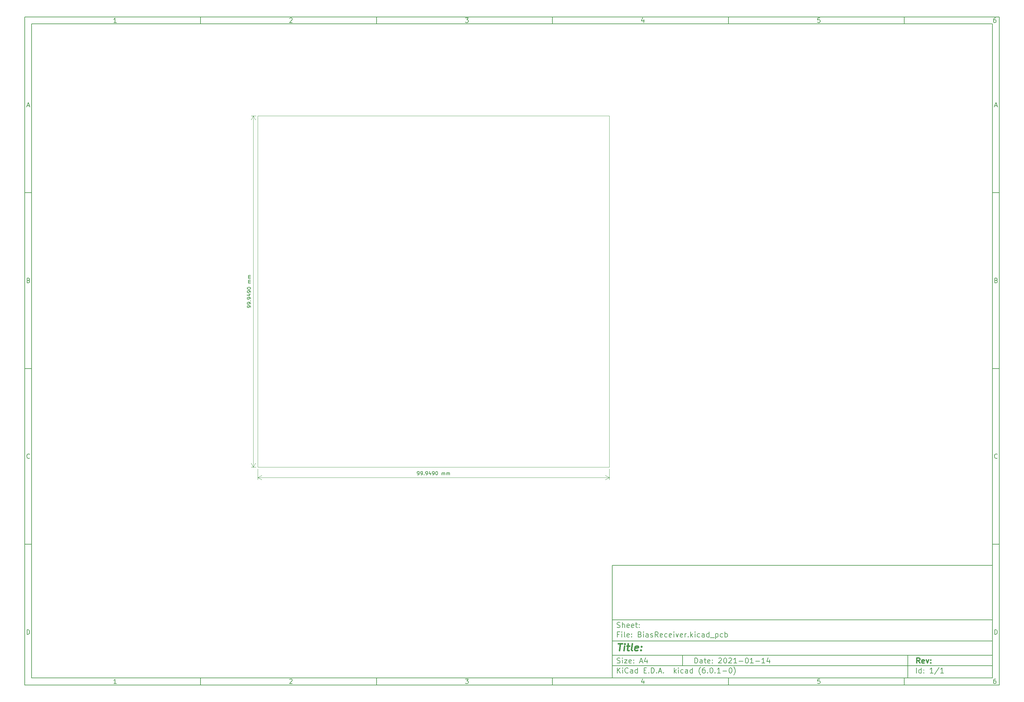
<source format=gbr>
G04 #@! TF.GenerationSoftware,KiCad,Pcbnew,(6.0.1-0)*
G04 #@! TF.CreationDate,2022-01-25T00:00:45-08:00*
G04 #@! TF.ProjectId,BiasReceiver,42696173-5265-4636-9569-7665722e6b69,rev?*
G04 #@! TF.SameCoordinates,Original*
G04 #@! TF.FileFunction,OtherDrawing,Comment*
%FSLAX46Y46*%
G04 Gerber Fmt 4.6, Leading zero omitted, Abs format (unit mm)*
G04 Created by KiCad (PCBNEW (6.0.1-0)) date 2022-01-25 00:00:45*
%MOMM*%
%LPD*%
G01*
G04 APERTURE LIST*
%ADD10C,0.100000*%
%ADD11C,0.150000*%
%ADD12C,0.300000*%
%ADD13C,0.400000*%
G04 #@! TA.AperFunction,Profile*
%ADD14C,0.050000*%
G04 #@! TD*
%ADD15C,0.050000*%
G04 APERTURE END LIST*
D10*
D11*
X177002200Y-166007200D02*
X177002200Y-198007200D01*
X285002200Y-198007200D01*
X285002200Y-166007200D01*
X177002200Y-166007200D01*
D10*
D11*
X10000000Y-10000000D02*
X10000000Y-200007200D01*
X287002200Y-200007200D01*
X287002200Y-10000000D01*
X10000000Y-10000000D01*
D10*
D11*
X12000000Y-12000000D02*
X12000000Y-198007200D01*
X285002200Y-198007200D01*
X285002200Y-12000000D01*
X12000000Y-12000000D01*
D10*
D11*
X60000000Y-12000000D02*
X60000000Y-10000000D01*
D10*
D11*
X110000000Y-12000000D02*
X110000000Y-10000000D01*
D10*
D11*
X160000000Y-12000000D02*
X160000000Y-10000000D01*
D10*
D11*
X210000000Y-12000000D02*
X210000000Y-10000000D01*
D10*
D11*
X260000000Y-12000000D02*
X260000000Y-10000000D01*
D10*
D11*
X36065476Y-11588095D02*
X35322619Y-11588095D01*
X35694047Y-11588095D02*
X35694047Y-10288095D01*
X35570238Y-10473809D01*
X35446428Y-10597619D01*
X35322619Y-10659523D01*
D10*
D11*
X85322619Y-10411904D02*
X85384523Y-10350000D01*
X85508333Y-10288095D01*
X85817857Y-10288095D01*
X85941666Y-10350000D01*
X86003571Y-10411904D01*
X86065476Y-10535714D01*
X86065476Y-10659523D01*
X86003571Y-10845238D01*
X85260714Y-11588095D01*
X86065476Y-11588095D01*
D10*
D11*
X135260714Y-10288095D02*
X136065476Y-10288095D01*
X135632142Y-10783333D01*
X135817857Y-10783333D01*
X135941666Y-10845238D01*
X136003571Y-10907142D01*
X136065476Y-11030952D01*
X136065476Y-11340476D01*
X136003571Y-11464285D01*
X135941666Y-11526190D01*
X135817857Y-11588095D01*
X135446428Y-11588095D01*
X135322619Y-11526190D01*
X135260714Y-11464285D01*
D10*
D11*
X185941666Y-10721428D02*
X185941666Y-11588095D01*
X185632142Y-10226190D02*
X185322619Y-11154761D01*
X186127380Y-11154761D01*
D10*
D11*
X236003571Y-10288095D02*
X235384523Y-10288095D01*
X235322619Y-10907142D01*
X235384523Y-10845238D01*
X235508333Y-10783333D01*
X235817857Y-10783333D01*
X235941666Y-10845238D01*
X236003571Y-10907142D01*
X236065476Y-11030952D01*
X236065476Y-11340476D01*
X236003571Y-11464285D01*
X235941666Y-11526190D01*
X235817857Y-11588095D01*
X235508333Y-11588095D01*
X235384523Y-11526190D01*
X235322619Y-11464285D01*
D10*
D11*
X285941666Y-10288095D02*
X285694047Y-10288095D01*
X285570238Y-10350000D01*
X285508333Y-10411904D01*
X285384523Y-10597619D01*
X285322619Y-10845238D01*
X285322619Y-11340476D01*
X285384523Y-11464285D01*
X285446428Y-11526190D01*
X285570238Y-11588095D01*
X285817857Y-11588095D01*
X285941666Y-11526190D01*
X286003571Y-11464285D01*
X286065476Y-11340476D01*
X286065476Y-11030952D01*
X286003571Y-10907142D01*
X285941666Y-10845238D01*
X285817857Y-10783333D01*
X285570238Y-10783333D01*
X285446428Y-10845238D01*
X285384523Y-10907142D01*
X285322619Y-11030952D01*
D10*
D11*
X60000000Y-198007200D02*
X60000000Y-200007200D01*
D10*
D11*
X110000000Y-198007200D02*
X110000000Y-200007200D01*
D10*
D11*
X160000000Y-198007200D02*
X160000000Y-200007200D01*
D10*
D11*
X210000000Y-198007200D02*
X210000000Y-200007200D01*
D10*
D11*
X260000000Y-198007200D02*
X260000000Y-200007200D01*
D10*
D11*
X36065476Y-199595295D02*
X35322619Y-199595295D01*
X35694047Y-199595295D02*
X35694047Y-198295295D01*
X35570238Y-198481009D01*
X35446428Y-198604819D01*
X35322619Y-198666723D01*
D10*
D11*
X85322619Y-198419104D02*
X85384523Y-198357200D01*
X85508333Y-198295295D01*
X85817857Y-198295295D01*
X85941666Y-198357200D01*
X86003571Y-198419104D01*
X86065476Y-198542914D01*
X86065476Y-198666723D01*
X86003571Y-198852438D01*
X85260714Y-199595295D01*
X86065476Y-199595295D01*
D10*
D11*
X135260714Y-198295295D02*
X136065476Y-198295295D01*
X135632142Y-198790533D01*
X135817857Y-198790533D01*
X135941666Y-198852438D01*
X136003571Y-198914342D01*
X136065476Y-199038152D01*
X136065476Y-199347676D01*
X136003571Y-199471485D01*
X135941666Y-199533390D01*
X135817857Y-199595295D01*
X135446428Y-199595295D01*
X135322619Y-199533390D01*
X135260714Y-199471485D01*
D10*
D11*
X185941666Y-198728628D02*
X185941666Y-199595295D01*
X185632142Y-198233390D02*
X185322619Y-199161961D01*
X186127380Y-199161961D01*
D10*
D11*
X236003571Y-198295295D02*
X235384523Y-198295295D01*
X235322619Y-198914342D01*
X235384523Y-198852438D01*
X235508333Y-198790533D01*
X235817857Y-198790533D01*
X235941666Y-198852438D01*
X236003571Y-198914342D01*
X236065476Y-199038152D01*
X236065476Y-199347676D01*
X236003571Y-199471485D01*
X235941666Y-199533390D01*
X235817857Y-199595295D01*
X235508333Y-199595295D01*
X235384523Y-199533390D01*
X235322619Y-199471485D01*
D10*
D11*
X285941666Y-198295295D02*
X285694047Y-198295295D01*
X285570238Y-198357200D01*
X285508333Y-198419104D01*
X285384523Y-198604819D01*
X285322619Y-198852438D01*
X285322619Y-199347676D01*
X285384523Y-199471485D01*
X285446428Y-199533390D01*
X285570238Y-199595295D01*
X285817857Y-199595295D01*
X285941666Y-199533390D01*
X286003571Y-199471485D01*
X286065476Y-199347676D01*
X286065476Y-199038152D01*
X286003571Y-198914342D01*
X285941666Y-198852438D01*
X285817857Y-198790533D01*
X285570238Y-198790533D01*
X285446428Y-198852438D01*
X285384523Y-198914342D01*
X285322619Y-199038152D01*
D10*
D11*
X10000000Y-60000000D02*
X12000000Y-60000000D01*
D10*
D11*
X10000000Y-110000000D02*
X12000000Y-110000000D01*
D10*
D11*
X10000000Y-160000000D02*
X12000000Y-160000000D01*
D10*
D11*
X10690476Y-35216666D02*
X11309523Y-35216666D01*
X10566666Y-35588095D02*
X11000000Y-34288095D01*
X11433333Y-35588095D01*
D10*
D11*
X11092857Y-84907142D02*
X11278571Y-84969047D01*
X11340476Y-85030952D01*
X11402380Y-85154761D01*
X11402380Y-85340476D01*
X11340476Y-85464285D01*
X11278571Y-85526190D01*
X11154761Y-85588095D01*
X10659523Y-85588095D01*
X10659523Y-84288095D01*
X11092857Y-84288095D01*
X11216666Y-84350000D01*
X11278571Y-84411904D01*
X11340476Y-84535714D01*
X11340476Y-84659523D01*
X11278571Y-84783333D01*
X11216666Y-84845238D01*
X11092857Y-84907142D01*
X10659523Y-84907142D01*
D10*
D11*
X11402380Y-135464285D02*
X11340476Y-135526190D01*
X11154761Y-135588095D01*
X11030952Y-135588095D01*
X10845238Y-135526190D01*
X10721428Y-135402380D01*
X10659523Y-135278571D01*
X10597619Y-135030952D01*
X10597619Y-134845238D01*
X10659523Y-134597619D01*
X10721428Y-134473809D01*
X10845238Y-134350000D01*
X11030952Y-134288095D01*
X11154761Y-134288095D01*
X11340476Y-134350000D01*
X11402380Y-134411904D01*
D10*
D11*
X10659523Y-185588095D02*
X10659523Y-184288095D01*
X10969047Y-184288095D01*
X11154761Y-184350000D01*
X11278571Y-184473809D01*
X11340476Y-184597619D01*
X11402380Y-184845238D01*
X11402380Y-185030952D01*
X11340476Y-185278571D01*
X11278571Y-185402380D01*
X11154761Y-185526190D01*
X10969047Y-185588095D01*
X10659523Y-185588095D01*
D10*
D11*
X287002200Y-60000000D02*
X285002200Y-60000000D01*
D10*
D11*
X287002200Y-110000000D02*
X285002200Y-110000000D01*
D10*
D11*
X287002200Y-160000000D02*
X285002200Y-160000000D01*
D10*
D11*
X285692676Y-35216666D02*
X286311723Y-35216666D01*
X285568866Y-35588095D02*
X286002200Y-34288095D01*
X286435533Y-35588095D01*
D10*
D11*
X286095057Y-84907142D02*
X286280771Y-84969047D01*
X286342676Y-85030952D01*
X286404580Y-85154761D01*
X286404580Y-85340476D01*
X286342676Y-85464285D01*
X286280771Y-85526190D01*
X286156961Y-85588095D01*
X285661723Y-85588095D01*
X285661723Y-84288095D01*
X286095057Y-84288095D01*
X286218866Y-84350000D01*
X286280771Y-84411904D01*
X286342676Y-84535714D01*
X286342676Y-84659523D01*
X286280771Y-84783333D01*
X286218866Y-84845238D01*
X286095057Y-84907142D01*
X285661723Y-84907142D01*
D10*
D11*
X286404580Y-135464285D02*
X286342676Y-135526190D01*
X286156961Y-135588095D01*
X286033152Y-135588095D01*
X285847438Y-135526190D01*
X285723628Y-135402380D01*
X285661723Y-135278571D01*
X285599819Y-135030952D01*
X285599819Y-134845238D01*
X285661723Y-134597619D01*
X285723628Y-134473809D01*
X285847438Y-134350000D01*
X286033152Y-134288095D01*
X286156961Y-134288095D01*
X286342676Y-134350000D01*
X286404580Y-134411904D01*
D10*
D11*
X285661723Y-185588095D02*
X285661723Y-184288095D01*
X285971247Y-184288095D01*
X286156961Y-184350000D01*
X286280771Y-184473809D01*
X286342676Y-184597619D01*
X286404580Y-184845238D01*
X286404580Y-185030952D01*
X286342676Y-185278571D01*
X286280771Y-185402380D01*
X286156961Y-185526190D01*
X285971247Y-185588095D01*
X285661723Y-185588095D01*
D10*
D11*
X200434342Y-193785771D02*
X200434342Y-192285771D01*
X200791485Y-192285771D01*
X201005771Y-192357200D01*
X201148628Y-192500057D01*
X201220057Y-192642914D01*
X201291485Y-192928628D01*
X201291485Y-193142914D01*
X201220057Y-193428628D01*
X201148628Y-193571485D01*
X201005771Y-193714342D01*
X200791485Y-193785771D01*
X200434342Y-193785771D01*
X202577200Y-193785771D02*
X202577200Y-193000057D01*
X202505771Y-192857200D01*
X202362914Y-192785771D01*
X202077200Y-192785771D01*
X201934342Y-192857200D01*
X202577200Y-193714342D02*
X202434342Y-193785771D01*
X202077200Y-193785771D01*
X201934342Y-193714342D01*
X201862914Y-193571485D01*
X201862914Y-193428628D01*
X201934342Y-193285771D01*
X202077200Y-193214342D01*
X202434342Y-193214342D01*
X202577200Y-193142914D01*
X203077200Y-192785771D02*
X203648628Y-192785771D01*
X203291485Y-192285771D02*
X203291485Y-193571485D01*
X203362914Y-193714342D01*
X203505771Y-193785771D01*
X203648628Y-193785771D01*
X204720057Y-193714342D02*
X204577200Y-193785771D01*
X204291485Y-193785771D01*
X204148628Y-193714342D01*
X204077200Y-193571485D01*
X204077200Y-193000057D01*
X204148628Y-192857200D01*
X204291485Y-192785771D01*
X204577200Y-192785771D01*
X204720057Y-192857200D01*
X204791485Y-193000057D01*
X204791485Y-193142914D01*
X204077200Y-193285771D01*
X205434342Y-193642914D02*
X205505771Y-193714342D01*
X205434342Y-193785771D01*
X205362914Y-193714342D01*
X205434342Y-193642914D01*
X205434342Y-193785771D01*
X205434342Y-192857200D02*
X205505771Y-192928628D01*
X205434342Y-193000057D01*
X205362914Y-192928628D01*
X205434342Y-192857200D01*
X205434342Y-193000057D01*
X207220057Y-192428628D02*
X207291485Y-192357200D01*
X207434342Y-192285771D01*
X207791485Y-192285771D01*
X207934342Y-192357200D01*
X208005771Y-192428628D01*
X208077200Y-192571485D01*
X208077200Y-192714342D01*
X208005771Y-192928628D01*
X207148628Y-193785771D01*
X208077200Y-193785771D01*
X209005771Y-192285771D02*
X209148628Y-192285771D01*
X209291485Y-192357200D01*
X209362914Y-192428628D01*
X209434342Y-192571485D01*
X209505771Y-192857200D01*
X209505771Y-193214342D01*
X209434342Y-193500057D01*
X209362914Y-193642914D01*
X209291485Y-193714342D01*
X209148628Y-193785771D01*
X209005771Y-193785771D01*
X208862914Y-193714342D01*
X208791485Y-193642914D01*
X208720057Y-193500057D01*
X208648628Y-193214342D01*
X208648628Y-192857200D01*
X208720057Y-192571485D01*
X208791485Y-192428628D01*
X208862914Y-192357200D01*
X209005771Y-192285771D01*
X210077200Y-192428628D02*
X210148628Y-192357200D01*
X210291485Y-192285771D01*
X210648628Y-192285771D01*
X210791485Y-192357200D01*
X210862914Y-192428628D01*
X210934342Y-192571485D01*
X210934342Y-192714342D01*
X210862914Y-192928628D01*
X210005771Y-193785771D01*
X210934342Y-193785771D01*
X212362914Y-193785771D02*
X211505771Y-193785771D01*
X211934342Y-193785771D02*
X211934342Y-192285771D01*
X211791485Y-192500057D01*
X211648628Y-192642914D01*
X211505771Y-192714342D01*
X213005771Y-193214342D02*
X214148628Y-193214342D01*
X215148628Y-192285771D02*
X215291485Y-192285771D01*
X215434342Y-192357200D01*
X215505771Y-192428628D01*
X215577200Y-192571485D01*
X215648628Y-192857200D01*
X215648628Y-193214342D01*
X215577200Y-193500057D01*
X215505771Y-193642914D01*
X215434342Y-193714342D01*
X215291485Y-193785771D01*
X215148628Y-193785771D01*
X215005771Y-193714342D01*
X214934342Y-193642914D01*
X214862914Y-193500057D01*
X214791485Y-193214342D01*
X214791485Y-192857200D01*
X214862914Y-192571485D01*
X214934342Y-192428628D01*
X215005771Y-192357200D01*
X215148628Y-192285771D01*
X217077200Y-193785771D02*
X216220057Y-193785771D01*
X216648628Y-193785771D02*
X216648628Y-192285771D01*
X216505771Y-192500057D01*
X216362914Y-192642914D01*
X216220057Y-192714342D01*
X217720057Y-193214342D02*
X218862914Y-193214342D01*
X220362914Y-193785771D02*
X219505771Y-193785771D01*
X219934342Y-193785771D02*
X219934342Y-192285771D01*
X219791485Y-192500057D01*
X219648628Y-192642914D01*
X219505771Y-192714342D01*
X221648628Y-192785771D02*
X221648628Y-193785771D01*
X221291485Y-192214342D02*
X220934342Y-193285771D01*
X221862914Y-193285771D01*
D10*
D11*
X177002200Y-194507200D02*
X285002200Y-194507200D01*
D10*
D11*
X178434342Y-196585771D02*
X178434342Y-195085771D01*
X179291485Y-196585771D02*
X178648628Y-195728628D01*
X179291485Y-195085771D02*
X178434342Y-195942914D01*
X179934342Y-196585771D02*
X179934342Y-195585771D01*
X179934342Y-195085771D02*
X179862914Y-195157200D01*
X179934342Y-195228628D01*
X180005771Y-195157200D01*
X179934342Y-195085771D01*
X179934342Y-195228628D01*
X181505771Y-196442914D02*
X181434342Y-196514342D01*
X181220057Y-196585771D01*
X181077200Y-196585771D01*
X180862914Y-196514342D01*
X180720057Y-196371485D01*
X180648628Y-196228628D01*
X180577200Y-195942914D01*
X180577200Y-195728628D01*
X180648628Y-195442914D01*
X180720057Y-195300057D01*
X180862914Y-195157200D01*
X181077200Y-195085771D01*
X181220057Y-195085771D01*
X181434342Y-195157200D01*
X181505771Y-195228628D01*
X182791485Y-196585771D02*
X182791485Y-195800057D01*
X182720057Y-195657200D01*
X182577200Y-195585771D01*
X182291485Y-195585771D01*
X182148628Y-195657200D01*
X182791485Y-196514342D02*
X182648628Y-196585771D01*
X182291485Y-196585771D01*
X182148628Y-196514342D01*
X182077200Y-196371485D01*
X182077200Y-196228628D01*
X182148628Y-196085771D01*
X182291485Y-196014342D01*
X182648628Y-196014342D01*
X182791485Y-195942914D01*
X184148628Y-196585771D02*
X184148628Y-195085771D01*
X184148628Y-196514342D02*
X184005771Y-196585771D01*
X183720057Y-196585771D01*
X183577200Y-196514342D01*
X183505771Y-196442914D01*
X183434342Y-196300057D01*
X183434342Y-195871485D01*
X183505771Y-195728628D01*
X183577200Y-195657200D01*
X183720057Y-195585771D01*
X184005771Y-195585771D01*
X184148628Y-195657200D01*
X186005771Y-195800057D02*
X186505771Y-195800057D01*
X186720057Y-196585771D02*
X186005771Y-196585771D01*
X186005771Y-195085771D01*
X186720057Y-195085771D01*
X187362914Y-196442914D02*
X187434342Y-196514342D01*
X187362914Y-196585771D01*
X187291485Y-196514342D01*
X187362914Y-196442914D01*
X187362914Y-196585771D01*
X188077200Y-196585771D02*
X188077200Y-195085771D01*
X188434342Y-195085771D01*
X188648628Y-195157200D01*
X188791485Y-195300057D01*
X188862914Y-195442914D01*
X188934342Y-195728628D01*
X188934342Y-195942914D01*
X188862914Y-196228628D01*
X188791485Y-196371485D01*
X188648628Y-196514342D01*
X188434342Y-196585771D01*
X188077200Y-196585771D01*
X189577200Y-196442914D02*
X189648628Y-196514342D01*
X189577200Y-196585771D01*
X189505771Y-196514342D01*
X189577200Y-196442914D01*
X189577200Y-196585771D01*
X190220057Y-196157200D02*
X190934342Y-196157200D01*
X190077200Y-196585771D02*
X190577200Y-195085771D01*
X191077200Y-196585771D01*
X191577200Y-196442914D02*
X191648628Y-196514342D01*
X191577200Y-196585771D01*
X191505771Y-196514342D01*
X191577200Y-196442914D01*
X191577200Y-196585771D01*
X194577200Y-196585771D02*
X194577200Y-195085771D01*
X194720057Y-196014342D02*
X195148628Y-196585771D01*
X195148628Y-195585771D02*
X194577200Y-196157200D01*
X195791485Y-196585771D02*
X195791485Y-195585771D01*
X195791485Y-195085771D02*
X195720057Y-195157200D01*
X195791485Y-195228628D01*
X195862914Y-195157200D01*
X195791485Y-195085771D01*
X195791485Y-195228628D01*
X197148628Y-196514342D02*
X197005771Y-196585771D01*
X196720057Y-196585771D01*
X196577200Y-196514342D01*
X196505771Y-196442914D01*
X196434342Y-196300057D01*
X196434342Y-195871485D01*
X196505771Y-195728628D01*
X196577200Y-195657200D01*
X196720057Y-195585771D01*
X197005771Y-195585771D01*
X197148628Y-195657200D01*
X198434342Y-196585771D02*
X198434342Y-195800057D01*
X198362914Y-195657200D01*
X198220057Y-195585771D01*
X197934342Y-195585771D01*
X197791485Y-195657200D01*
X198434342Y-196514342D02*
X198291485Y-196585771D01*
X197934342Y-196585771D01*
X197791485Y-196514342D01*
X197720057Y-196371485D01*
X197720057Y-196228628D01*
X197791485Y-196085771D01*
X197934342Y-196014342D01*
X198291485Y-196014342D01*
X198434342Y-195942914D01*
X199791485Y-196585771D02*
X199791485Y-195085771D01*
X199791485Y-196514342D02*
X199648628Y-196585771D01*
X199362914Y-196585771D01*
X199220057Y-196514342D01*
X199148628Y-196442914D01*
X199077200Y-196300057D01*
X199077200Y-195871485D01*
X199148628Y-195728628D01*
X199220057Y-195657200D01*
X199362914Y-195585771D01*
X199648628Y-195585771D01*
X199791485Y-195657200D01*
X202077200Y-197157200D02*
X202005771Y-197085771D01*
X201862914Y-196871485D01*
X201791485Y-196728628D01*
X201720057Y-196514342D01*
X201648628Y-196157200D01*
X201648628Y-195871485D01*
X201720057Y-195514342D01*
X201791485Y-195300057D01*
X201862914Y-195157200D01*
X202005771Y-194942914D01*
X202077200Y-194871485D01*
X203291485Y-195085771D02*
X203005771Y-195085771D01*
X202862914Y-195157200D01*
X202791485Y-195228628D01*
X202648628Y-195442914D01*
X202577200Y-195728628D01*
X202577200Y-196300057D01*
X202648628Y-196442914D01*
X202720057Y-196514342D01*
X202862914Y-196585771D01*
X203148628Y-196585771D01*
X203291485Y-196514342D01*
X203362914Y-196442914D01*
X203434342Y-196300057D01*
X203434342Y-195942914D01*
X203362914Y-195800057D01*
X203291485Y-195728628D01*
X203148628Y-195657200D01*
X202862914Y-195657200D01*
X202720057Y-195728628D01*
X202648628Y-195800057D01*
X202577200Y-195942914D01*
X204077200Y-196442914D02*
X204148628Y-196514342D01*
X204077200Y-196585771D01*
X204005771Y-196514342D01*
X204077200Y-196442914D01*
X204077200Y-196585771D01*
X205077200Y-195085771D02*
X205220057Y-195085771D01*
X205362914Y-195157200D01*
X205434342Y-195228628D01*
X205505771Y-195371485D01*
X205577200Y-195657200D01*
X205577200Y-196014342D01*
X205505771Y-196300057D01*
X205434342Y-196442914D01*
X205362914Y-196514342D01*
X205220057Y-196585771D01*
X205077200Y-196585771D01*
X204934342Y-196514342D01*
X204862914Y-196442914D01*
X204791485Y-196300057D01*
X204720057Y-196014342D01*
X204720057Y-195657200D01*
X204791485Y-195371485D01*
X204862914Y-195228628D01*
X204934342Y-195157200D01*
X205077200Y-195085771D01*
X206220057Y-196442914D02*
X206291485Y-196514342D01*
X206220057Y-196585771D01*
X206148628Y-196514342D01*
X206220057Y-196442914D01*
X206220057Y-196585771D01*
X207720057Y-196585771D02*
X206862914Y-196585771D01*
X207291485Y-196585771D02*
X207291485Y-195085771D01*
X207148628Y-195300057D01*
X207005771Y-195442914D01*
X206862914Y-195514342D01*
X208362914Y-196014342D02*
X209505771Y-196014342D01*
X210505771Y-195085771D02*
X210648628Y-195085771D01*
X210791485Y-195157200D01*
X210862914Y-195228628D01*
X210934342Y-195371485D01*
X211005771Y-195657200D01*
X211005771Y-196014342D01*
X210934342Y-196300057D01*
X210862914Y-196442914D01*
X210791485Y-196514342D01*
X210648628Y-196585771D01*
X210505771Y-196585771D01*
X210362914Y-196514342D01*
X210291485Y-196442914D01*
X210220057Y-196300057D01*
X210148628Y-196014342D01*
X210148628Y-195657200D01*
X210220057Y-195371485D01*
X210291485Y-195228628D01*
X210362914Y-195157200D01*
X210505771Y-195085771D01*
X211505771Y-197157200D02*
X211577200Y-197085771D01*
X211720057Y-196871485D01*
X211791485Y-196728628D01*
X211862914Y-196514342D01*
X211934342Y-196157200D01*
X211934342Y-195871485D01*
X211862914Y-195514342D01*
X211791485Y-195300057D01*
X211720057Y-195157200D01*
X211577200Y-194942914D01*
X211505771Y-194871485D01*
D10*
D11*
X177002200Y-191507200D02*
X285002200Y-191507200D01*
D10*
D12*
X264411485Y-193785771D02*
X263911485Y-193071485D01*
X263554342Y-193785771D02*
X263554342Y-192285771D01*
X264125771Y-192285771D01*
X264268628Y-192357200D01*
X264340057Y-192428628D01*
X264411485Y-192571485D01*
X264411485Y-192785771D01*
X264340057Y-192928628D01*
X264268628Y-193000057D01*
X264125771Y-193071485D01*
X263554342Y-193071485D01*
X265625771Y-193714342D02*
X265482914Y-193785771D01*
X265197200Y-193785771D01*
X265054342Y-193714342D01*
X264982914Y-193571485D01*
X264982914Y-193000057D01*
X265054342Y-192857200D01*
X265197200Y-192785771D01*
X265482914Y-192785771D01*
X265625771Y-192857200D01*
X265697200Y-193000057D01*
X265697200Y-193142914D01*
X264982914Y-193285771D01*
X266197200Y-192785771D02*
X266554342Y-193785771D01*
X266911485Y-192785771D01*
X267482914Y-193642914D02*
X267554342Y-193714342D01*
X267482914Y-193785771D01*
X267411485Y-193714342D01*
X267482914Y-193642914D01*
X267482914Y-193785771D01*
X267482914Y-192857200D02*
X267554342Y-192928628D01*
X267482914Y-193000057D01*
X267411485Y-192928628D01*
X267482914Y-192857200D01*
X267482914Y-193000057D01*
D10*
D11*
X178362914Y-193714342D02*
X178577200Y-193785771D01*
X178934342Y-193785771D01*
X179077200Y-193714342D01*
X179148628Y-193642914D01*
X179220057Y-193500057D01*
X179220057Y-193357200D01*
X179148628Y-193214342D01*
X179077200Y-193142914D01*
X178934342Y-193071485D01*
X178648628Y-193000057D01*
X178505771Y-192928628D01*
X178434342Y-192857200D01*
X178362914Y-192714342D01*
X178362914Y-192571485D01*
X178434342Y-192428628D01*
X178505771Y-192357200D01*
X178648628Y-192285771D01*
X179005771Y-192285771D01*
X179220057Y-192357200D01*
X179862914Y-193785771D02*
X179862914Y-192785771D01*
X179862914Y-192285771D02*
X179791485Y-192357200D01*
X179862914Y-192428628D01*
X179934342Y-192357200D01*
X179862914Y-192285771D01*
X179862914Y-192428628D01*
X180434342Y-192785771D02*
X181220057Y-192785771D01*
X180434342Y-193785771D01*
X181220057Y-193785771D01*
X182362914Y-193714342D02*
X182220057Y-193785771D01*
X181934342Y-193785771D01*
X181791485Y-193714342D01*
X181720057Y-193571485D01*
X181720057Y-193000057D01*
X181791485Y-192857200D01*
X181934342Y-192785771D01*
X182220057Y-192785771D01*
X182362914Y-192857200D01*
X182434342Y-193000057D01*
X182434342Y-193142914D01*
X181720057Y-193285771D01*
X183077200Y-193642914D02*
X183148628Y-193714342D01*
X183077200Y-193785771D01*
X183005771Y-193714342D01*
X183077200Y-193642914D01*
X183077200Y-193785771D01*
X183077200Y-192857200D02*
X183148628Y-192928628D01*
X183077200Y-193000057D01*
X183005771Y-192928628D01*
X183077200Y-192857200D01*
X183077200Y-193000057D01*
X184862914Y-193357200D02*
X185577200Y-193357200D01*
X184720057Y-193785771D02*
X185220057Y-192285771D01*
X185720057Y-193785771D01*
X186862914Y-192785771D02*
X186862914Y-193785771D01*
X186505771Y-192214342D02*
X186148628Y-193285771D01*
X187077200Y-193285771D01*
D10*
D11*
X263434342Y-196585771D02*
X263434342Y-195085771D01*
X264791485Y-196585771D02*
X264791485Y-195085771D01*
X264791485Y-196514342D02*
X264648628Y-196585771D01*
X264362914Y-196585771D01*
X264220057Y-196514342D01*
X264148628Y-196442914D01*
X264077200Y-196300057D01*
X264077200Y-195871485D01*
X264148628Y-195728628D01*
X264220057Y-195657200D01*
X264362914Y-195585771D01*
X264648628Y-195585771D01*
X264791485Y-195657200D01*
X265505771Y-196442914D02*
X265577200Y-196514342D01*
X265505771Y-196585771D01*
X265434342Y-196514342D01*
X265505771Y-196442914D01*
X265505771Y-196585771D01*
X265505771Y-195657200D02*
X265577200Y-195728628D01*
X265505771Y-195800057D01*
X265434342Y-195728628D01*
X265505771Y-195657200D01*
X265505771Y-195800057D01*
X268148628Y-196585771D02*
X267291485Y-196585771D01*
X267720057Y-196585771D02*
X267720057Y-195085771D01*
X267577200Y-195300057D01*
X267434342Y-195442914D01*
X267291485Y-195514342D01*
X269862914Y-195014342D02*
X268577200Y-196942914D01*
X271148628Y-196585771D02*
X270291485Y-196585771D01*
X270720057Y-196585771D02*
X270720057Y-195085771D01*
X270577200Y-195300057D01*
X270434342Y-195442914D01*
X270291485Y-195514342D01*
D10*
D11*
X177002200Y-187507200D02*
X285002200Y-187507200D01*
D10*
D13*
X178714580Y-188211961D02*
X179857438Y-188211961D01*
X179036009Y-190211961D02*
X179286009Y-188211961D01*
X180274104Y-190211961D02*
X180440771Y-188878628D01*
X180524104Y-188211961D02*
X180416961Y-188307200D01*
X180500295Y-188402438D01*
X180607438Y-188307200D01*
X180524104Y-188211961D01*
X180500295Y-188402438D01*
X181107438Y-188878628D02*
X181869342Y-188878628D01*
X181476485Y-188211961D02*
X181262200Y-189926247D01*
X181333628Y-190116723D01*
X181512200Y-190211961D01*
X181702676Y-190211961D01*
X182655057Y-190211961D02*
X182476485Y-190116723D01*
X182405057Y-189926247D01*
X182619342Y-188211961D01*
X184190771Y-190116723D02*
X183988390Y-190211961D01*
X183607438Y-190211961D01*
X183428866Y-190116723D01*
X183357438Y-189926247D01*
X183452676Y-189164342D01*
X183571723Y-188973866D01*
X183774104Y-188878628D01*
X184155057Y-188878628D01*
X184333628Y-188973866D01*
X184405057Y-189164342D01*
X184381247Y-189354819D01*
X183405057Y-189545295D01*
X185155057Y-190021485D02*
X185238390Y-190116723D01*
X185131247Y-190211961D01*
X185047914Y-190116723D01*
X185155057Y-190021485D01*
X185131247Y-190211961D01*
X185286009Y-188973866D02*
X185369342Y-189069104D01*
X185262200Y-189164342D01*
X185178866Y-189069104D01*
X185286009Y-188973866D01*
X185262200Y-189164342D01*
D10*
D11*
X178934342Y-185600057D02*
X178434342Y-185600057D01*
X178434342Y-186385771D02*
X178434342Y-184885771D01*
X179148628Y-184885771D01*
X179720057Y-186385771D02*
X179720057Y-185385771D01*
X179720057Y-184885771D02*
X179648628Y-184957200D01*
X179720057Y-185028628D01*
X179791485Y-184957200D01*
X179720057Y-184885771D01*
X179720057Y-185028628D01*
X180648628Y-186385771D02*
X180505771Y-186314342D01*
X180434342Y-186171485D01*
X180434342Y-184885771D01*
X181791485Y-186314342D02*
X181648628Y-186385771D01*
X181362914Y-186385771D01*
X181220057Y-186314342D01*
X181148628Y-186171485D01*
X181148628Y-185600057D01*
X181220057Y-185457200D01*
X181362914Y-185385771D01*
X181648628Y-185385771D01*
X181791485Y-185457200D01*
X181862914Y-185600057D01*
X181862914Y-185742914D01*
X181148628Y-185885771D01*
X182505771Y-186242914D02*
X182577200Y-186314342D01*
X182505771Y-186385771D01*
X182434342Y-186314342D01*
X182505771Y-186242914D01*
X182505771Y-186385771D01*
X182505771Y-185457200D02*
X182577200Y-185528628D01*
X182505771Y-185600057D01*
X182434342Y-185528628D01*
X182505771Y-185457200D01*
X182505771Y-185600057D01*
X184862914Y-185600057D02*
X185077200Y-185671485D01*
X185148628Y-185742914D01*
X185220057Y-185885771D01*
X185220057Y-186100057D01*
X185148628Y-186242914D01*
X185077200Y-186314342D01*
X184934342Y-186385771D01*
X184362914Y-186385771D01*
X184362914Y-184885771D01*
X184862914Y-184885771D01*
X185005771Y-184957200D01*
X185077200Y-185028628D01*
X185148628Y-185171485D01*
X185148628Y-185314342D01*
X185077200Y-185457200D01*
X185005771Y-185528628D01*
X184862914Y-185600057D01*
X184362914Y-185600057D01*
X185862914Y-186385771D02*
X185862914Y-185385771D01*
X185862914Y-184885771D02*
X185791485Y-184957200D01*
X185862914Y-185028628D01*
X185934342Y-184957200D01*
X185862914Y-184885771D01*
X185862914Y-185028628D01*
X187220057Y-186385771D02*
X187220057Y-185600057D01*
X187148628Y-185457200D01*
X187005771Y-185385771D01*
X186720057Y-185385771D01*
X186577200Y-185457200D01*
X187220057Y-186314342D02*
X187077200Y-186385771D01*
X186720057Y-186385771D01*
X186577200Y-186314342D01*
X186505771Y-186171485D01*
X186505771Y-186028628D01*
X186577200Y-185885771D01*
X186720057Y-185814342D01*
X187077200Y-185814342D01*
X187220057Y-185742914D01*
X187862914Y-186314342D02*
X188005771Y-186385771D01*
X188291485Y-186385771D01*
X188434342Y-186314342D01*
X188505771Y-186171485D01*
X188505771Y-186100057D01*
X188434342Y-185957200D01*
X188291485Y-185885771D01*
X188077200Y-185885771D01*
X187934342Y-185814342D01*
X187862914Y-185671485D01*
X187862914Y-185600057D01*
X187934342Y-185457200D01*
X188077200Y-185385771D01*
X188291485Y-185385771D01*
X188434342Y-185457200D01*
X190005771Y-186385771D02*
X189505771Y-185671485D01*
X189148628Y-186385771D02*
X189148628Y-184885771D01*
X189720057Y-184885771D01*
X189862914Y-184957200D01*
X189934342Y-185028628D01*
X190005771Y-185171485D01*
X190005771Y-185385771D01*
X189934342Y-185528628D01*
X189862914Y-185600057D01*
X189720057Y-185671485D01*
X189148628Y-185671485D01*
X191220057Y-186314342D02*
X191077200Y-186385771D01*
X190791485Y-186385771D01*
X190648628Y-186314342D01*
X190577200Y-186171485D01*
X190577200Y-185600057D01*
X190648628Y-185457200D01*
X190791485Y-185385771D01*
X191077200Y-185385771D01*
X191220057Y-185457200D01*
X191291485Y-185600057D01*
X191291485Y-185742914D01*
X190577200Y-185885771D01*
X192577200Y-186314342D02*
X192434342Y-186385771D01*
X192148628Y-186385771D01*
X192005771Y-186314342D01*
X191934342Y-186242914D01*
X191862914Y-186100057D01*
X191862914Y-185671485D01*
X191934342Y-185528628D01*
X192005771Y-185457200D01*
X192148628Y-185385771D01*
X192434342Y-185385771D01*
X192577200Y-185457200D01*
X193791485Y-186314342D02*
X193648628Y-186385771D01*
X193362914Y-186385771D01*
X193220057Y-186314342D01*
X193148628Y-186171485D01*
X193148628Y-185600057D01*
X193220057Y-185457200D01*
X193362914Y-185385771D01*
X193648628Y-185385771D01*
X193791485Y-185457200D01*
X193862914Y-185600057D01*
X193862914Y-185742914D01*
X193148628Y-185885771D01*
X194505771Y-186385771D02*
X194505771Y-185385771D01*
X194505771Y-184885771D02*
X194434342Y-184957200D01*
X194505771Y-185028628D01*
X194577200Y-184957200D01*
X194505771Y-184885771D01*
X194505771Y-185028628D01*
X195077200Y-185385771D02*
X195434342Y-186385771D01*
X195791485Y-185385771D01*
X196934342Y-186314342D02*
X196791485Y-186385771D01*
X196505771Y-186385771D01*
X196362914Y-186314342D01*
X196291485Y-186171485D01*
X196291485Y-185600057D01*
X196362914Y-185457200D01*
X196505771Y-185385771D01*
X196791485Y-185385771D01*
X196934342Y-185457200D01*
X197005771Y-185600057D01*
X197005771Y-185742914D01*
X196291485Y-185885771D01*
X197648628Y-186385771D02*
X197648628Y-185385771D01*
X197648628Y-185671485D02*
X197720057Y-185528628D01*
X197791485Y-185457200D01*
X197934342Y-185385771D01*
X198077200Y-185385771D01*
X198577200Y-186242914D02*
X198648628Y-186314342D01*
X198577200Y-186385771D01*
X198505771Y-186314342D01*
X198577200Y-186242914D01*
X198577200Y-186385771D01*
X199291485Y-186385771D02*
X199291485Y-184885771D01*
X199434342Y-185814342D02*
X199862914Y-186385771D01*
X199862914Y-185385771D02*
X199291485Y-185957200D01*
X200505771Y-186385771D02*
X200505771Y-185385771D01*
X200505771Y-184885771D02*
X200434342Y-184957200D01*
X200505771Y-185028628D01*
X200577200Y-184957200D01*
X200505771Y-184885771D01*
X200505771Y-185028628D01*
X201862914Y-186314342D02*
X201720057Y-186385771D01*
X201434342Y-186385771D01*
X201291485Y-186314342D01*
X201220057Y-186242914D01*
X201148628Y-186100057D01*
X201148628Y-185671485D01*
X201220057Y-185528628D01*
X201291485Y-185457200D01*
X201434342Y-185385771D01*
X201720057Y-185385771D01*
X201862914Y-185457200D01*
X203148628Y-186385771D02*
X203148628Y-185600057D01*
X203077200Y-185457200D01*
X202934342Y-185385771D01*
X202648628Y-185385771D01*
X202505771Y-185457200D01*
X203148628Y-186314342D02*
X203005771Y-186385771D01*
X202648628Y-186385771D01*
X202505771Y-186314342D01*
X202434342Y-186171485D01*
X202434342Y-186028628D01*
X202505771Y-185885771D01*
X202648628Y-185814342D01*
X203005771Y-185814342D01*
X203148628Y-185742914D01*
X204505771Y-186385771D02*
X204505771Y-184885771D01*
X204505771Y-186314342D02*
X204362914Y-186385771D01*
X204077200Y-186385771D01*
X203934342Y-186314342D01*
X203862914Y-186242914D01*
X203791485Y-186100057D01*
X203791485Y-185671485D01*
X203862914Y-185528628D01*
X203934342Y-185457200D01*
X204077200Y-185385771D01*
X204362914Y-185385771D01*
X204505771Y-185457200D01*
X204862914Y-186528628D02*
X206005771Y-186528628D01*
X206362914Y-185385771D02*
X206362914Y-186885771D01*
X206362914Y-185457200D02*
X206505771Y-185385771D01*
X206791485Y-185385771D01*
X206934342Y-185457200D01*
X207005771Y-185528628D01*
X207077200Y-185671485D01*
X207077200Y-186100057D01*
X207005771Y-186242914D01*
X206934342Y-186314342D01*
X206791485Y-186385771D01*
X206505771Y-186385771D01*
X206362914Y-186314342D01*
X208362914Y-186314342D02*
X208220057Y-186385771D01*
X207934342Y-186385771D01*
X207791485Y-186314342D01*
X207720057Y-186242914D01*
X207648628Y-186100057D01*
X207648628Y-185671485D01*
X207720057Y-185528628D01*
X207791485Y-185457200D01*
X207934342Y-185385771D01*
X208220057Y-185385771D01*
X208362914Y-185457200D01*
X209005771Y-186385771D02*
X209005771Y-184885771D01*
X209005771Y-185457200D02*
X209148628Y-185385771D01*
X209434342Y-185385771D01*
X209577200Y-185457200D01*
X209648628Y-185528628D01*
X209720057Y-185671485D01*
X209720057Y-186100057D01*
X209648628Y-186242914D01*
X209577200Y-186314342D01*
X209434342Y-186385771D01*
X209148628Y-186385771D01*
X209005771Y-186314342D01*
D10*
D11*
X177002200Y-181507200D02*
X285002200Y-181507200D01*
D10*
D11*
X178362914Y-183614342D02*
X178577200Y-183685771D01*
X178934342Y-183685771D01*
X179077200Y-183614342D01*
X179148628Y-183542914D01*
X179220057Y-183400057D01*
X179220057Y-183257200D01*
X179148628Y-183114342D01*
X179077200Y-183042914D01*
X178934342Y-182971485D01*
X178648628Y-182900057D01*
X178505771Y-182828628D01*
X178434342Y-182757200D01*
X178362914Y-182614342D01*
X178362914Y-182471485D01*
X178434342Y-182328628D01*
X178505771Y-182257200D01*
X178648628Y-182185771D01*
X179005771Y-182185771D01*
X179220057Y-182257200D01*
X179862914Y-183685771D02*
X179862914Y-182185771D01*
X180505771Y-183685771D02*
X180505771Y-182900057D01*
X180434342Y-182757200D01*
X180291485Y-182685771D01*
X180077200Y-182685771D01*
X179934342Y-182757200D01*
X179862914Y-182828628D01*
X181791485Y-183614342D02*
X181648628Y-183685771D01*
X181362914Y-183685771D01*
X181220057Y-183614342D01*
X181148628Y-183471485D01*
X181148628Y-182900057D01*
X181220057Y-182757200D01*
X181362914Y-182685771D01*
X181648628Y-182685771D01*
X181791485Y-182757200D01*
X181862914Y-182900057D01*
X181862914Y-183042914D01*
X181148628Y-183185771D01*
X183077200Y-183614342D02*
X182934342Y-183685771D01*
X182648628Y-183685771D01*
X182505771Y-183614342D01*
X182434342Y-183471485D01*
X182434342Y-182900057D01*
X182505771Y-182757200D01*
X182648628Y-182685771D01*
X182934342Y-182685771D01*
X183077200Y-182757200D01*
X183148628Y-182900057D01*
X183148628Y-183042914D01*
X182434342Y-183185771D01*
X183577200Y-182685771D02*
X184148628Y-182685771D01*
X183791485Y-182185771D02*
X183791485Y-183471485D01*
X183862914Y-183614342D01*
X184005771Y-183685771D01*
X184148628Y-183685771D01*
X184648628Y-183542914D02*
X184720057Y-183614342D01*
X184648628Y-183685771D01*
X184577200Y-183614342D01*
X184648628Y-183542914D01*
X184648628Y-183685771D01*
X184648628Y-182757200D02*
X184720057Y-182828628D01*
X184648628Y-182900057D01*
X184577200Y-182828628D01*
X184648628Y-182757200D01*
X184648628Y-182900057D01*
D10*
D12*
D10*
D11*
D10*
D11*
D10*
D11*
D10*
D11*
D10*
D11*
X197002200Y-191507200D02*
X197002200Y-194507200D01*
D10*
D11*
X261002200Y-191507200D02*
X261002200Y-198007200D01*
D14*
X76200000Y-38100000D02*
X176149000Y-38100000D01*
X176149000Y-38100000D02*
X176149000Y-138049000D01*
X176149000Y-138049000D02*
X76200000Y-138049000D01*
X76200000Y-138049000D02*
X76200000Y-38100000D01*
D11*
X74232380Y-92598309D02*
X74232380Y-92407833D01*
X74184761Y-92312595D01*
X74137142Y-92264976D01*
X73994285Y-92169738D01*
X73803809Y-92122119D01*
X73422857Y-92122119D01*
X73327619Y-92169738D01*
X73280000Y-92217357D01*
X73232380Y-92312595D01*
X73232380Y-92503071D01*
X73280000Y-92598309D01*
X73327619Y-92645928D01*
X73422857Y-92693547D01*
X73660952Y-92693547D01*
X73756190Y-92645928D01*
X73803809Y-92598309D01*
X73851428Y-92503071D01*
X73851428Y-92312595D01*
X73803809Y-92217357D01*
X73756190Y-92169738D01*
X73660952Y-92122119D01*
X74232380Y-91645928D02*
X74232380Y-91455452D01*
X74184761Y-91360214D01*
X74137142Y-91312595D01*
X73994285Y-91217357D01*
X73803809Y-91169738D01*
X73422857Y-91169738D01*
X73327619Y-91217357D01*
X73280000Y-91264976D01*
X73232380Y-91360214D01*
X73232380Y-91550690D01*
X73280000Y-91645928D01*
X73327619Y-91693547D01*
X73422857Y-91741166D01*
X73660952Y-91741166D01*
X73756190Y-91693547D01*
X73803809Y-91645928D01*
X73851428Y-91550690D01*
X73851428Y-91360214D01*
X73803809Y-91264976D01*
X73756190Y-91217357D01*
X73660952Y-91169738D01*
X74137142Y-90741166D02*
X74184761Y-90693547D01*
X74232380Y-90741166D01*
X74184761Y-90788785D01*
X74137142Y-90741166D01*
X74232380Y-90741166D01*
X74232380Y-90217357D02*
X74232380Y-90026880D01*
X74184761Y-89931642D01*
X74137142Y-89884023D01*
X73994285Y-89788785D01*
X73803809Y-89741166D01*
X73422857Y-89741166D01*
X73327619Y-89788785D01*
X73280000Y-89836404D01*
X73232380Y-89931642D01*
X73232380Y-90122119D01*
X73280000Y-90217357D01*
X73327619Y-90264976D01*
X73422857Y-90312595D01*
X73660952Y-90312595D01*
X73756190Y-90264976D01*
X73803809Y-90217357D01*
X73851428Y-90122119D01*
X73851428Y-89931642D01*
X73803809Y-89836404D01*
X73756190Y-89788785D01*
X73660952Y-89741166D01*
X73565714Y-88884023D02*
X74232380Y-88884023D01*
X73184761Y-89122119D02*
X73899047Y-89360214D01*
X73899047Y-88741166D01*
X74232380Y-88312595D02*
X74232380Y-88122119D01*
X74184761Y-88026880D01*
X74137142Y-87979261D01*
X73994285Y-87884023D01*
X73803809Y-87836404D01*
X73422857Y-87836404D01*
X73327619Y-87884023D01*
X73280000Y-87931642D01*
X73232380Y-88026880D01*
X73232380Y-88217357D01*
X73280000Y-88312595D01*
X73327619Y-88360214D01*
X73422857Y-88407833D01*
X73660952Y-88407833D01*
X73756190Y-88360214D01*
X73803809Y-88312595D01*
X73851428Y-88217357D01*
X73851428Y-88026880D01*
X73803809Y-87931642D01*
X73756190Y-87884023D01*
X73660952Y-87836404D01*
X73232380Y-87217357D02*
X73232380Y-87122119D01*
X73280000Y-87026880D01*
X73327619Y-86979261D01*
X73422857Y-86931642D01*
X73613333Y-86884023D01*
X73851428Y-86884023D01*
X74041904Y-86931642D01*
X74137142Y-86979261D01*
X74184761Y-87026880D01*
X74232380Y-87122119D01*
X74232380Y-87217357D01*
X74184761Y-87312595D01*
X74137142Y-87360214D01*
X74041904Y-87407833D01*
X73851428Y-87455452D01*
X73613333Y-87455452D01*
X73422857Y-87407833D01*
X73327619Y-87360214D01*
X73280000Y-87312595D01*
X73232380Y-87217357D01*
X74232380Y-85693547D02*
X73565714Y-85693547D01*
X73660952Y-85693547D02*
X73613333Y-85645928D01*
X73565714Y-85550690D01*
X73565714Y-85407833D01*
X73613333Y-85312595D01*
X73708571Y-85264976D01*
X74232380Y-85264976D01*
X73708571Y-85264976D02*
X73613333Y-85217357D01*
X73565714Y-85122119D01*
X73565714Y-84979261D01*
X73613333Y-84884023D01*
X73708571Y-84836404D01*
X74232380Y-84836404D01*
X74232380Y-84360214D02*
X73565714Y-84360214D01*
X73660952Y-84360214D02*
X73613333Y-84312595D01*
X73565714Y-84217357D01*
X73565714Y-84074500D01*
X73613333Y-83979261D01*
X73708571Y-83931642D01*
X74232380Y-83931642D01*
X73708571Y-83931642D02*
X73613333Y-83884023D01*
X73565714Y-83788785D01*
X73565714Y-83645928D01*
X73613333Y-83550690D01*
X73708571Y-83503071D01*
X74232380Y-83503071D01*
D10*
X75700000Y-138049000D02*
X74343580Y-138049000D01*
X75700000Y-38100000D02*
X74343580Y-38100000D01*
X74930000Y-138049000D02*
X74930000Y-38100000D01*
X74930000Y-138049000D02*
X74930000Y-38100000D01*
X74930000Y-138049000D02*
X75516421Y-136922496D01*
X74930000Y-138049000D02*
X74343579Y-136922496D01*
X74930000Y-38100000D02*
X74343579Y-39226504D01*
X74930000Y-38100000D02*
X75516421Y-39226504D01*
D11*
X121650690Y-140272379D02*
X121841166Y-140272379D01*
X121936404Y-140224760D01*
X121984023Y-140177141D01*
X122079261Y-140034284D01*
X122126880Y-139843808D01*
X122126880Y-139462856D01*
X122079261Y-139367618D01*
X122031642Y-139319999D01*
X121936404Y-139272379D01*
X121745928Y-139272379D01*
X121650690Y-139319999D01*
X121603071Y-139367618D01*
X121555452Y-139462856D01*
X121555452Y-139700951D01*
X121603071Y-139796189D01*
X121650690Y-139843808D01*
X121745928Y-139891427D01*
X121936404Y-139891427D01*
X122031642Y-139843808D01*
X122079261Y-139796189D01*
X122126880Y-139700951D01*
X122603071Y-140272379D02*
X122793547Y-140272379D01*
X122888785Y-140224760D01*
X122936404Y-140177141D01*
X123031642Y-140034284D01*
X123079261Y-139843808D01*
X123079261Y-139462856D01*
X123031642Y-139367618D01*
X122984023Y-139319999D01*
X122888785Y-139272379D01*
X122698309Y-139272379D01*
X122603071Y-139319999D01*
X122555452Y-139367618D01*
X122507833Y-139462856D01*
X122507833Y-139700951D01*
X122555452Y-139796189D01*
X122603071Y-139843808D01*
X122698309Y-139891427D01*
X122888785Y-139891427D01*
X122984023Y-139843808D01*
X123031642Y-139796189D01*
X123079261Y-139700951D01*
X123507833Y-140177141D02*
X123555452Y-140224760D01*
X123507833Y-140272379D01*
X123460214Y-140224760D01*
X123507833Y-140177141D01*
X123507833Y-140272379D01*
X124031642Y-140272379D02*
X124222119Y-140272379D01*
X124317357Y-140224760D01*
X124364976Y-140177141D01*
X124460214Y-140034284D01*
X124507833Y-139843808D01*
X124507833Y-139462856D01*
X124460214Y-139367618D01*
X124412595Y-139319999D01*
X124317357Y-139272379D01*
X124126880Y-139272379D01*
X124031642Y-139319999D01*
X123984023Y-139367618D01*
X123936404Y-139462856D01*
X123936404Y-139700951D01*
X123984023Y-139796189D01*
X124031642Y-139843808D01*
X124126880Y-139891427D01*
X124317357Y-139891427D01*
X124412595Y-139843808D01*
X124460214Y-139796189D01*
X124507833Y-139700951D01*
X125364976Y-139605713D02*
X125364976Y-140272379D01*
X125126880Y-139224760D02*
X124888785Y-139939046D01*
X125507833Y-139939046D01*
X125936404Y-140272379D02*
X126126880Y-140272379D01*
X126222119Y-140224760D01*
X126269738Y-140177141D01*
X126364976Y-140034284D01*
X126412595Y-139843808D01*
X126412595Y-139462856D01*
X126364976Y-139367618D01*
X126317357Y-139319999D01*
X126222119Y-139272379D01*
X126031642Y-139272379D01*
X125936404Y-139319999D01*
X125888785Y-139367618D01*
X125841166Y-139462856D01*
X125841166Y-139700951D01*
X125888785Y-139796189D01*
X125936404Y-139843808D01*
X126031642Y-139891427D01*
X126222119Y-139891427D01*
X126317357Y-139843808D01*
X126364976Y-139796189D01*
X126412595Y-139700951D01*
X127031642Y-139272379D02*
X127126880Y-139272379D01*
X127222119Y-139319999D01*
X127269738Y-139367618D01*
X127317357Y-139462856D01*
X127364976Y-139653332D01*
X127364976Y-139891427D01*
X127317357Y-140081903D01*
X127269738Y-140177141D01*
X127222119Y-140224760D01*
X127126880Y-140272379D01*
X127031642Y-140272379D01*
X126936404Y-140224760D01*
X126888785Y-140177141D01*
X126841166Y-140081903D01*
X126793547Y-139891427D01*
X126793547Y-139653332D01*
X126841166Y-139462856D01*
X126888785Y-139367618D01*
X126936404Y-139319999D01*
X127031642Y-139272379D01*
X128555452Y-140272379D02*
X128555452Y-139605713D01*
X128555452Y-139700951D02*
X128603071Y-139653332D01*
X128698309Y-139605713D01*
X128841166Y-139605713D01*
X128936404Y-139653332D01*
X128984023Y-139748570D01*
X128984023Y-140272379D01*
X128984023Y-139748570D02*
X129031642Y-139653332D01*
X129126880Y-139605713D01*
X129269738Y-139605713D01*
X129364976Y-139653332D01*
X129412595Y-139748570D01*
X129412595Y-140272379D01*
X129888785Y-140272379D02*
X129888785Y-139605713D01*
X129888785Y-139700951D02*
X129936404Y-139653332D01*
X130031642Y-139605713D01*
X130174500Y-139605713D01*
X130269738Y-139653332D01*
X130317357Y-139748570D01*
X130317357Y-140272379D01*
X130317357Y-139748570D02*
X130364976Y-139653332D01*
X130460214Y-139605713D01*
X130603071Y-139605713D01*
X130698309Y-139653332D01*
X130745928Y-139748570D01*
X130745928Y-140272379D01*
D10*
X76200000Y-138549000D02*
X76200000Y-141556419D01*
X176149000Y-138549000D02*
X176149000Y-141556419D01*
X76200000Y-140969999D02*
X176149000Y-140969999D01*
X76200000Y-140969999D02*
X176149000Y-140969999D01*
X76200000Y-140969999D02*
X77326504Y-141556420D01*
X76200000Y-140969999D02*
X77326504Y-140383578D01*
X176149000Y-140969999D02*
X175022496Y-140383578D01*
X176149000Y-140969999D02*
X175022496Y-141556420D01*
D15*
G04 #@! TO.C,J1*
X134500000Y-38142000D02*
X81400000Y-38142000D01*
G04 #@! TD*
M02*

</source>
